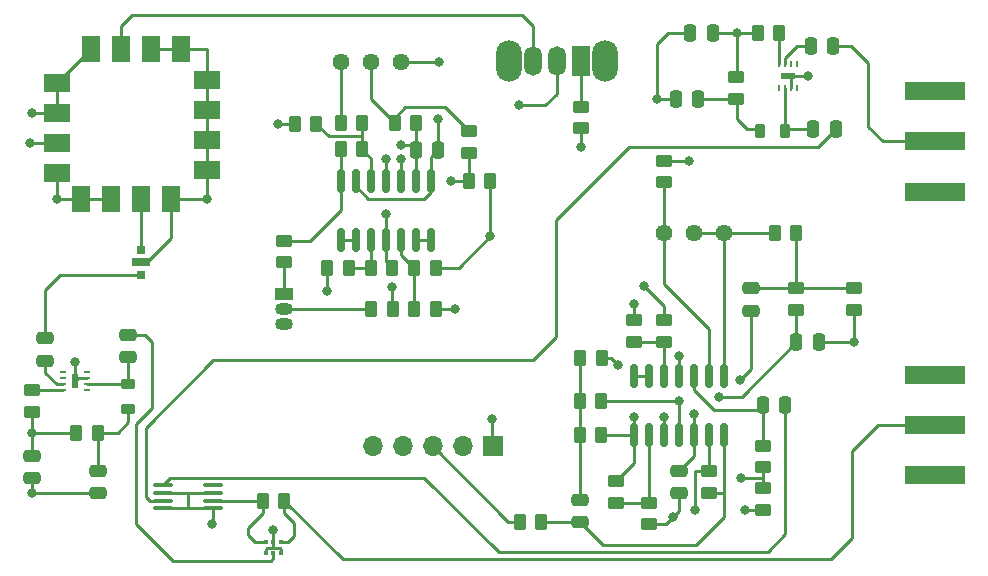
<source format=gbr>
%TF.GenerationSoftware,KiCad,Pcbnew,6.0.7*%
%TF.CreationDate,2022-10-10T19:28:50-04:00*%
%TF.ProjectId,RadarProject,52616461-7250-4726-9f6a-6563742e6b69,rev?*%
%TF.SameCoordinates,Original*%
%TF.FileFunction,Copper,L1,Top*%
%TF.FilePolarity,Positive*%
%FSLAX46Y46*%
G04 Gerber Fmt 4.6, Leading zero omitted, Abs format (unit mm)*
G04 Created by KiCad (PCBNEW 6.0.7) date 2022-10-10 19:28:50*
%MOMM*%
%LPD*%
G01*
G04 APERTURE LIST*
G04 Aperture macros list*
%AMRoundRect*
0 Rectangle with rounded corners*
0 $1 Rounding radius*
0 $2 $3 $4 $5 $6 $7 $8 $9 X,Y pos of 4 corners*
0 Add a 4 corners polygon primitive as box body*
4,1,4,$2,$3,$4,$5,$6,$7,$8,$9,$2,$3,0*
0 Add four circle primitives for the rounded corners*
1,1,$1+$1,$2,$3*
1,1,$1+$1,$4,$5*
1,1,$1+$1,$6,$7*
1,1,$1+$1,$8,$9*
0 Add four rect primitives between the rounded corners*
20,1,$1+$1,$2,$3,$4,$5,0*
20,1,$1+$1,$4,$5,$6,$7,0*
20,1,$1+$1,$6,$7,$8,$9,0*
20,1,$1+$1,$8,$9,$2,$3,0*%
G04 Aperture macros list end*
%TA.AperFunction,SMDPad,CuDef*%
%ADD10RoundRect,0.250000X-0.250000X-0.475000X0.250000X-0.475000X0.250000X0.475000X-0.250000X0.475000X0*%
%TD*%
%TA.AperFunction,SMDPad,CuDef*%
%ADD11RoundRect,0.100000X0.712500X0.100000X-0.712500X0.100000X-0.712500X-0.100000X0.712500X-0.100000X0*%
%TD*%
%TA.AperFunction,SMDPad,CuDef*%
%ADD12RoundRect,0.150000X0.150000X-0.825000X0.150000X0.825000X-0.150000X0.825000X-0.150000X-0.825000X0*%
%TD*%
%TA.AperFunction,SMDPad,CuDef*%
%ADD13RoundRect,0.250000X-0.262500X-0.450000X0.262500X-0.450000X0.262500X0.450000X-0.262500X0.450000X0*%
%TD*%
%TA.AperFunction,SMDPad,CuDef*%
%ADD14RoundRect,0.250000X0.450000X-0.262500X0.450000X0.262500X-0.450000X0.262500X-0.450000X-0.262500X0*%
%TD*%
%TA.AperFunction,SMDPad,CuDef*%
%ADD15RoundRect,0.250000X0.250000X0.475000X-0.250000X0.475000X-0.250000X-0.475000X0.250000X-0.475000X0*%
%TD*%
%TA.AperFunction,SMDPad,CuDef*%
%ADD16RoundRect,0.250000X0.262500X0.450000X-0.262500X0.450000X-0.262500X-0.450000X0.262500X-0.450000X0*%
%TD*%
%TA.AperFunction,SMDPad,CuDef*%
%ADD17RoundRect,0.250000X-0.475000X0.250000X-0.475000X-0.250000X0.475000X-0.250000X0.475000X0.250000X0*%
%TD*%
%TA.AperFunction,SMDPad,CuDef*%
%ADD18RoundRect,0.250000X-0.450000X0.262500X-0.450000X-0.262500X0.450000X-0.262500X0.450000X0.262500X0*%
%TD*%
%TA.AperFunction,ComponentPad*%
%ADD19C,1.440000*%
%TD*%
%TA.AperFunction,SMDPad,CuDef*%
%ADD20R,0.410000X0.330000*%
%TD*%
%TA.AperFunction,SMDPad,CuDef*%
%ADD21R,0.250000X0.500000*%
%TD*%
%TA.AperFunction,SMDPad,CuDef*%
%ADD22R,1.200000X0.600000*%
%TD*%
%TA.AperFunction,ComponentPad*%
%ADD23R,1.500000X1.050000*%
%TD*%
%TA.AperFunction,ComponentPad*%
%ADD24O,1.500000X1.050000*%
%TD*%
%TA.AperFunction,SMDPad,CuDef*%
%ADD25R,5.080000X1.500000*%
%TD*%
%TA.AperFunction,ComponentPad*%
%ADD26R,1.700000X1.700000*%
%TD*%
%TA.AperFunction,ComponentPad*%
%ADD27O,1.700000X1.700000*%
%TD*%
%TA.AperFunction,SMDPad,CuDef*%
%ADD28RoundRect,0.150000X-0.150000X0.825000X-0.150000X-0.825000X0.150000X-0.825000X0.150000X0.825000X0*%
%TD*%
%TA.AperFunction,SMDPad,CuDef*%
%ADD29RoundRect,0.250000X0.475000X-0.250000X0.475000X0.250000X-0.475000X0.250000X-0.475000X-0.250000X0*%
%TD*%
%TA.AperFunction,SMDPad,CuDef*%
%ADD30RoundRect,0.218750X-0.218750X-0.381250X0.218750X-0.381250X0.218750X0.381250X-0.218750X0.381250X0*%
%TD*%
%TA.AperFunction,SMDPad,CuDef*%
%ADD31RoundRect,0.218750X0.381250X-0.218750X0.381250X0.218750X-0.381250X0.218750X-0.381250X-0.218750X0*%
%TD*%
%TA.AperFunction,SMDPad,CuDef*%
%ADD32R,0.500000X0.250000*%
%TD*%
%TA.AperFunction,SMDPad,CuDef*%
%ADD33R,0.600000X1.200000*%
%TD*%
%TA.AperFunction,SMDPad,CuDef*%
%ADD34R,0.762000X0.762000*%
%TD*%
%TA.AperFunction,SMDPad,CuDef*%
%ADD35R,1.520000X0.635000*%
%TD*%
%TA.AperFunction,ComponentPad*%
%ADD36O,2.200000X3.500000*%
%TD*%
%TA.AperFunction,ComponentPad*%
%ADD37R,1.500000X2.500000*%
%TD*%
%TA.AperFunction,ComponentPad*%
%ADD38O,1.500000X2.500000*%
%TD*%
%TA.AperFunction,SMDPad,CuDef*%
%ADD39R,1.524000X2.286000*%
%TD*%
%TA.AperFunction,SMDPad,CuDef*%
%ADD40R,2.286000X1.524000*%
%TD*%
%TA.AperFunction,ViaPad*%
%ADD41C,0.800000*%
%TD*%
%TA.AperFunction,Conductor*%
%ADD42C,0.293000*%
%TD*%
%TA.AperFunction,Conductor*%
%ADD43C,0.250000*%
%TD*%
G04 APERTURE END LIST*
D10*
%TO.P,C11,1*%
%TO.N,Net-(C11-Pad1)*%
X58082500Y-33197500D03*
%TO.P,C11,2*%
%TO.N,Net-(C11-Pad2)*%
X59982500Y-33197500D03*
%TD*%
D11*
%TO.P,U6,1,GND*%
%TO.N,Earth*%
X40862500Y-63565000D03*
%TO.P,U6,2,LO*%
%TO.N,Net-(R3-Pad1)*%
X40862500Y-62915000D03*
%TO.P,U6,3,GND*%
%TO.N,Earth*%
X40862500Y-62265000D03*
%TO.P,U6,4,NC*%
%TO.N,unconnected-(U6-Pad4)*%
X40862500Y-61615000D03*
%TO.P,U6,5,IF*%
%TO.N,Net-(C9-Pad1)*%
X36637500Y-61615000D03*
%TO.P,U6,6,GND*%
%TO.N,Earth*%
X36637500Y-62265000D03*
%TO.P,U6,7,RF*%
%TO.N,Net-(C8-Pad2)*%
X36637500Y-62915000D03*
%TO.P,U6,8,GND*%
%TO.N,Earth*%
X36637500Y-63565000D03*
%TD*%
D12*
%TO.P,U8,1*%
%TO.N,Net-(C10-Pad1)*%
X76570000Y-57342500D03*
%TO.P,U8,2,-*%
%TO.N,Net-(R17-Pad2)*%
X77840000Y-57342500D03*
%TO.P,U8,3,+*%
%TO.N,Net-(C12-Pad1)*%
X79110000Y-57342500D03*
%TO.P,U8,4,V+*%
%TO.N,+5V*%
X80380000Y-57342500D03*
%TO.P,U8,5,+*%
%TO.N,Net-(C14-Pad1)*%
X81650000Y-57342500D03*
%TO.P,U8,6,-*%
%TO.N,Net-(R24-Pad2)*%
X82920000Y-57342500D03*
%TO.P,U8,7*%
%TO.N,Net-(C13-Pad1)*%
X84190000Y-57342500D03*
%TO.P,U8,8*%
%TO.N,Net-(R12-Pad1)*%
X84190000Y-52392500D03*
%TO.P,U8,9,-*%
%TO.N,Net-(R6-Pad2)*%
X82920000Y-52392500D03*
%TO.P,U8,10,+*%
%TO.N,Net-(C9-Pad2)*%
X81650000Y-52392500D03*
%TO.P,U8,11,V-*%
%TO.N,Earth*%
X80380000Y-52392500D03*
%TO.P,U8,12,+*%
%TO.N,Net-(R27-Pad2)*%
X79110000Y-52392500D03*
%TO.P,U8,13,-*%
%TO.N,Net-(U8-Pad13)*%
X77840000Y-52392500D03*
%TO.P,U8,14*%
X76570000Y-52392500D03*
%TD*%
D13*
%TO.P,R10,1*%
%TO.N,Net-(Q1-Pad2)*%
X54280000Y-46687500D03*
%TO.P,R10,2*%
%TO.N,Net-(C11-Pad1)*%
X56105000Y-46687500D03*
%TD*%
D14*
%TO.P,R31,1*%
%TO.N,Earth*%
X72040000Y-31372500D03*
%TO.P,R31,2*%
%TO.N,Net-(R31-Pad2)*%
X72040000Y-29547500D03*
%TD*%
D15*
%TO.P,C4,1*%
%TO.N,Net-(C4-Pad1)*%
X93400000Y-24430000D03*
%TO.P,C4,2*%
%TO.N,Net-(C4-Pad2)*%
X91500000Y-24430000D03*
%TD*%
D16*
%TO.P,R11,1*%
%TO.N,Earth*%
X64375000Y-35867500D03*
%TO.P,R11,2*%
%TO.N,Net-(R11-Pad2)*%
X62550000Y-35867500D03*
%TD*%
D13*
%TO.P,R30,1*%
%TO.N,Net-(R29-Pad2)*%
X57920000Y-43207500D03*
%TO.P,R30,2*%
%TO.N,Earth*%
X59745000Y-43207500D03*
%TD*%
D16*
%TO.P,R26,1*%
%TO.N,Net-(C13-Pad1)*%
X68692500Y-64737500D03*
%TO.P,R26,2*%
%TO.N,Net-(J3-Pad3)*%
X66867500Y-64737500D03*
%TD*%
D17*
%TO.P,C2,1*%
%TO.N,Net-(C2-Pad1)*%
X26686250Y-49150000D03*
%TO.P,C2,2*%
%TO.N,Net-(C2-Pad2)*%
X26686250Y-51050000D03*
%TD*%
D16*
%TO.P,R29,1*%
%TO.N,+5V*%
X59745000Y-46687500D03*
%TO.P,R29,2*%
%TO.N,Net-(R29-Pad2)*%
X57920000Y-46687500D03*
%TD*%
D18*
%TO.P,R9,1*%
%TO.N,Net-(R8-Pad1)*%
X62552500Y-31635000D03*
%TO.P,R9,2*%
%TO.N,Net-(R11-Pad2)*%
X62552500Y-33460000D03*
%TD*%
%TO.P,R6,1*%
%TO.N,+5V*%
X79110000Y-34145000D03*
%TO.P,R6,2*%
%TO.N,Net-(R6-Pad2)*%
X79110000Y-35970000D03*
%TD*%
D15*
%TO.P,C9,1*%
%TO.N,Net-(C9-Pad1)*%
X89360000Y-54827500D03*
%TO.P,C9,2*%
%TO.N,Net-(C9-Pad2)*%
X87460000Y-54827500D03*
%TD*%
D19*
%TO.P,RV1,1,1*%
%TO.N,+5V*%
X56810000Y-25797500D03*
%TO.P,RV1,2,2*%
%TO.N,Net-(R8-Pad1)*%
X54270000Y-25797500D03*
%TO.P,RV1,3,3*%
%TO.N,Earth*%
X51730000Y-25797500D03*
%TD*%
D18*
%TO.P,R14,1*%
%TO.N,Net-(C10-Pad2)*%
X90270000Y-44915000D03*
%TO.P,R14,2*%
%TO.N,Net-(C12-Pad1)*%
X90270000Y-46740000D03*
%TD*%
D13*
%TO.P,R33,1*%
%TO.N,Net-(R32-Pad2)*%
X54260000Y-43187500D03*
%TO.P,R33,2*%
%TO.N,Earth*%
X56085000Y-43187500D03*
%TD*%
D20*
%TO.P,U2,1,Gnd*%
%TO.N,Earth*%
X46682500Y-67381250D03*
%TO.P,U2,2,RF_in*%
%TO.N,Net-(C7-Pad2)*%
X46022500Y-67381250D03*
%TO.P,U2,3,Gnd*%
%TO.N,Earth*%
X45362500Y-67381250D03*
%TO.P,U2,4,RF_out*%
%TO.N,Net-(R3-Pad1)*%
X45362500Y-66391250D03*
%TO.P,U2,5,Gnd*%
%TO.N,Earth*%
X46022500Y-66391250D03*
%TO.P,U2,6,RF_out*%
%TO.N,Net-(J2-Pad1)*%
X46682500Y-66391250D03*
%TD*%
D21*
%TO.P,U4,1,V_bias*%
%TO.N,Net-(R2-Pad2)*%
X88855000Y-25940000D03*
%TO.P,U4,2,RF_in*%
%TO.N,Net-(C4-Pad2)*%
X89355000Y-25940000D03*
%TO.P,U4,3,N.C.*%
%TO.N,unconnected-(U4-Pad3)*%
X89855000Y-25940000D03*
%TO.P,U4,4,I.C.*%
%TO.N,unconnected-(U4-Pad4)*%
X90355000Y-25940000D03*
%TO.P,U4,5,I.C.*%
%TO.N,unconnected-(U4-Pad5)*%
X90355000Y-27940000D03*
%TO.P,U4,6,SHDN*%
%TO.N,Earth*%
X89855000Y-27940000D03*
%TO.P,U4,7,RF_out*%
%TO.N,Net-(C8-Pad1)*%
X89355000Y-27940000D03*
%TO.P,U4,8,I.C.*%
%TO.N,unconnected-(U4-Pad8)*%
X88855000Y-27940000D03*
D22*
%TO.P,U4,9,Gnd*%
%TO.N,Earth*%
X89605000Y-26940000D03*
%TD*%
D23*
%TO.P,Q1,1,B*%
%TO.N,Net-(Q1-Pad1)*%
X46902500Y-45420000D03*
D24*
%TO.P,Q1,2,C*%
%TO.N,Net-(Q1-Pad2)*%
X46902500Y-46690000D03*
%TO.P,Q1,3,E*%
%TO.N,Earth*%
X46902500Y-47960000D03*
%TD*%
D18*
%TO.P,R13,1*%
%TO.N,Net-(C10-Pad2)*%
X95190000Y-44935000D03*
%TO.P,R13,2*%
%TO.N,+5V*%
X95190000Y-46760000D03*
%TD*%
D17*
%TO.P,C14,1*%
%TO.N,Net-(C14-Pad1)*%
X80380000Y-60387500D03*
%TO.P,C14,2*%
%TO.N,+5V*%
X80380000Y-62287500D03*
%TD*%
D25*
%TO.P,J2,1,In*%
%TO.N,Net-(J2-Pad1)*%
X102000000Y-56500000D03*
%TO.P,J2,2,Ext*%
%TO.N,Net-(AE2-Pad1)*%
X102000000Y-52250000D03*
X102000000Y-60750000D03*
%TD*%
%TO.P,J1,1,In*%
%TO.N,Net-(C4-Pad1)*%
X102000000Y-32500000D03*
%TO.P,J1,2,Ext*%
%TO.N,Net-(AE1-Pad1)*%
X102000000Y-28250000D03*
X102000000Y-36750000D03*
%TD*%
D13*
%TO.P,R2,1*%
%TO.N,+5V*%
X87017500Y-23290000D03*
%TO.P,R2,2*%
%TO.N,Net-(R2-Pad2)*%
X88842500Y-23290000D03*
%TD*%
%TO.P,R12,1*%
%TO.N,Net-(R12-Pad1)*%
X88447500Y-40247500D03*
%TO.P,R12,2*%
%TO.N,Net-(C10-Pad2)*%
X90272500Y-40247500D03*
%TD*%
D18*
%TO.P,R24,1*%
%TO.N,+5V*%
X87470000Y-61837500D03*
%TO.P,R24,2*%
%TO.N,Net-(R24-Pad2)*%
X87470000Y-63662500D03*
%TD*%
D13*
%TO.P,R4,1*%
%TO.N,+5V*%
X29343750Y-57160000D03*
%TO.P,R4,2*%
%TO.N,Net-(C5-Pad2)*%
X31168750Y-57160000D03*
%TD*%
D26*
%TO.P,J3,1,Pin_1*%
%TO.N,Earth*%
X64570000Y-58320000D03*
D27*
%TO.P,J3,2,Pin_2*%
%TO.N,unconnected-(J3-Pad2)*%
X62030000Y-58320000D03*
%TO.P,J3,3,Pin_3*%
%TO.N,Net-(J3-Pad3)*%
X59490000Y-58320000D03*
%TO.P,J3,4,Pin_4*%
%TO.N,+5V*%
X56950000Y-58320000D03*
%TO.P,J3,5,Pin_5*%
%TO.N,Net-(J3-Pad5)*%
X54410000Y-58320000D03*
%TD*%
D10*
%TO.P,C6,1*%
%TO.N,Earth*%
X80080000Y-28920000D03*
%TO.P,C6,2*%
%TO.N,Net-(C6-Pad2)*%
X81980000Y-28920000D03*
%TD*%
D14*
%TO.P,R16,1*%
%TO.N,Net-(Q1-Pad1)*%
X46902500Y-42740000D03*
%TO.P,R16,2*%
%TO.N,Net-(R15-Pad2)*%
X46902500Y-40915000D03*
%TD*%
D28*
%TO.P,U7,1*%
%TO.N,Net-(C11-Pad2)*%
X59342500Y-35862500D03*
%TO.P,U7,2,-*%
%TO.N,Net-(C11-Pad1)*%
X58072500Y-35862500D03*
%TO.P,U7,3,+*%
%TO.N,Net-(R11-Pad2)*%
X56802500Y-35862500D03*
%TO.P,U7,4,V+*%
%TO.N,+5V*%
X55532500Y-35862500D03*
%TO.P,U7,5,+*%
%TO.N,Net-(R15-Pad1)*%
X54262500Y-35862500D03*
%TO.P,U7,6,-*%
%TO.N,Net-(C11-Pad2)*%
X52992500Y-35862500D03*
%TO.P,U7,7*%
%TO.N,Net-(R15-Pad2)*%
X51722500Y-35862500D03*
%TO.P,U7,8*%
%TO.N,Net-(U7-Pad8)*%
X51722500Y-40812500D03*
%TO.P,U7,9,-*%
X52992500Y-40812500D03*
%TO.P,U7,10,+*%
%TO.N,Net-(R32-Pad2)*%
X54262500Y-40812500D03*
%TO.P,U7,11,V-*%
%TO.N,Earth*%
X55532500Y-40812500D03*
%TO.P,U7,12,+*%
%TO.N,Net-(R29-Pad2)*%
X56802500Y-40812500D03*
%TO.P,U7,13,-*%
%TO.N,Net-(U7-Pad13)*%
X58072500Y-40812500D03*
%TO.P,U7,14*%
X59342500Y-40812500D03*
%TD*%
D10*
%TO.P,C12,1*%
%TO.N,Net-(C12-Pad1)*%
X90270000Y-49507500D03*
%TO.P,C12,2*%
%TO.N,+5V*%
X92170000Y-49507500D03*
%TD*%
D16*
%TO.P,R15,1*%
%TO.N,Net-(R15-Pad1)*%
X53545000Y-33127500D03*
%TO.P,R15,2*%
%TO.N,Net-(R15-Pad2)*%
X51720000Y-33127500D03*
%TD*%
D13*
%TO.P,R18,1*%
%TO.N,+5V*%
X47840000Y-30987500D03*
%TO.P,R18,2*%
%TO.N,Net-(R15-Pad1)*%
X49665000Y-30987500D03*
%TD*%
%TO.P,R32,1*%
%TO.N,+5V*%
X50570000Y-43197500D03*
%TO.P,R32,2*%
%TO.N,Net-(R32-Pad2)*%
X52395000Y-43197500D03*
%TD*%
D29*
%TO.P,C7,1*%
%TO.N,Net-(C7-Pad1)*%
X33726250Y-50770000D03*
%TO.P,C7,2*%
%TO.N,Net-(C7-Pad2)*%
X33726250Y-48870000D03*
%TD*%
D14*
%TO.P,R17,1*%
%TO.N,+5V*%
X77840000Y-64910000D03*
%TO.P,R17,2*%
%TO.N,Net-(R17-Pad2)*%
X77840000Y-63085000D03*
%TD*%
%TO.P,R20,1*%
%TO.N,Net-(R17-Pad2)*%
X74990000Y-63090000D03*
%TO.P,R20,2*%
%TO.N,Net-(C10-Pad1)*%
X74990000Y-61265000D03*
%TD*%
D13*
%TO.P,R22,1*%
%TO.N,Net-(C13-Pad2)*%
X71957500Y-54487500D03*
%TO.P,R22,2*%
%TO.N,+5V*%
X73782500Y-54487500D03*
%TD*%
D14*
%TO.P,R7,1*%
%TO.N,+5V*%
X87460000Y-60070000D03*
%TO.P,R7,2*%
%TO.N,Net-(C9-Pad2)*%
X87460000Y-58245000D03*
%TD*%
D30*
%TO.P,L2,1,1*%
%TO.N,Net-(C6-Pad2)*%
X87217500Y-31610000D03*
%TO.P,L2,2,2*%
%TO.N,Net-(C8-Pad1)*%
X89342500Y-31610000D03*
%TD*%
D10*
%TO.P,C3,1*%
%TO.N,Earth*%
X81320000Y-23300000D03*
%TO.P,C3,2*%
%TO.N,+5V*%
X83220000Y-23300000D03*
%TD*%
D14*
%TO.P,R1,1*%
%TO.N,+5V*%
X25586250Y-55382500D03*
%TO.P,R1,2*%
%TO.N,Net-(R1-Pad2)*%
X25586250Y-53557500D03*
%TD*%
D31*
%TO.P,L1,1,1*%
%TO.N,Net-(C5-Pad2)*%
X33726250Y-55172500D03*
%TO.P,L1,2,2*%
%TO.N,Net-(C7-Pad1)*%
X33726250Y-53047500D03*
%TD*%
D19*
%TO.P,RV2,1,1*%
%TO.N,Net-(R6-Pad2)*%
X79110000Y-40247500D03*
%TO.P,RV2,2,2*%
%TO.N,Net-(R12-Pad1)*%
X81650000Y-40247500D03*
%TO.P,RV2,3,3*%
X84190000Y-40247500D03*
%TD*%
D13*
%TO.P,R8,1*%
%TO.N,Net-(R8-Pad1)*%
X56270000Y-30917500D03*
%TO.P,R8,2*%
%TO.N,Net-(C11-Pad1)*%
X58095000Y-30917500D03*
%TD*%
D18*
%TO.P,R25,1*%
%TO.N,Net-(R24-Pad2)*%
X82920000Y-60425000D03*
%TO.P,R25,2*%
%TO.N,Net-(C13-Pad1)*%
X82920000Y-62250000D03*
%TD*%
%TO.P,R27,1*%
%TO.N,+5V*%
X79110000Y-47635000D03*
%TO.P,R27,2*%
%TO.N,Net-(R27-Pad2)*%
X79110000Y-49460000D03*
%TD*%
D29*
%TO.P,C10,1*%
%TO.N,Net-(C10-Pad1)*%
X86480000Y-46817500D03*
%TO.P,C10,2*%
%TO.N,Net-(C10-Pad2)*%
X86480000Y-44917500D03*
%TD*%
D32*
%TO.P,U3,1,V_bias*%
%TO.N,Net-(R1-Pad2)*%
X28196250Y-53555000D03*
%TO.P,U3,2,RF_in*%
%TO.N,Net-(C2-Pad2)*%
X28196250Y-53055000D03*
%TO.P,U3,3,N.C.*%
%TO.N,unconnected-(U3-Pad3)*%
X28196250Y-52555000D03*
%TO.P,U3,4,I.C.*%
%TO.N,unconnected-(U3-Pad4)*%
X28196250Y-52055000D03*
%TO.P,U3,5,I.C.*%
%TO.N,unconnected-(U3-Pad5)*%
X30196250Y-52055000D03*
%TO.P,U3,6,SHDN*%
%TO.N,Earth*%
X30196250Y-52555000D03*
%TO.P,U3,7,RF_out*%
%TO.N,Net-(C7-Pad1)*%
X30196250Y-53055000D03*
%TO.P,U3,8,I.C.*%
%TO.N,unconnected-(U3-Pad8)*%
X30196250Y-53555000D03*
D33*
%TO.P,U3,9,Gnd*%
%TO.N,Earth*%
X29196250Y-52805000D03*
%TD*%
D13*
%TO.P,R19,1*%
%TO.N,Earth*%
X51717500Y-30957500D03*
%TO.P,R19,2*%
%TO.N,Net-(R15-Pad1)*%
X53542500Y-30957500D03*
%TD*%
%TO.P,R23,1*%
%TO.N,Net-(C13-Pad2)*%
X71977500Y-50797500D03*
%TO.P,R23,2*%
%TO.N,Net-(C14-Pad1)*%
X73802500Y-50797500D03*
%TD*%
D10*
%TO.P,C8,1*%
%TO.N,Net-(C8-Pad1)*%
X91720000Y-31480000D03*
%TO.P,C8,2*%
%TO.N,Net-(C8-Pad2)*%
X93620000Y-31480000D03*
%TD*%
D34*
%TO.P,U1,1,RF_in*%
%TO.N,Net-(U1-Pad1)*%
X34820000Y-41695000D03*
D35*
%TO.P,U1,2,Gnd*%
%TO.N,Earth*%
X34820000Y-42745000D03*
D34*
%TO.P,U1,3,RF_out*%
%TO.N,Net-(C2-Pad1)*%
X34820000Y-43805000D03*
%TD*%
D29*
%TO.P,C5,1*%
%TO.N,Earth*%
X31156250Y-62260000D03*
%TO.P,C5,2*%
%TO.N,Net-(C5-Pad2)*%
X31156250Y-60360000D03*
%TD*%
D36*
%TO.P,SW1,*%
%TO.N,*%
X65930000Y-25710000D03*
X74130000Y-25710000D03*
D37*
%TO.P,SW1,1,A*%
%TO.N,Net-(R31-Pad2)*%
X72030000Y-25710000D03*
D38*
%TO.P,SW1,2,B*%
%TO.N,Net-(C11-Pad2)*%
X70030000Y-25710000D03*
%TO.P,SW1,3,C*%
%TO.N,Net-(J3-Pad5)*%
X68030000Y-25710000D03*
%TD*%
D29*
%TO.P,C13,1*%
%TO.N,Net-(C13-Pad1)*%
X71950000Y-64737500D03*
%TO.P,C13,2*%
%TO.N,Net-(C13-Pad2)*%
X71950000Y-62837500D03*
%TD*%
%TO.P,C1,1*%
%TO.N,Earth*%
X25586250Y-61020000D03*
%TO.P,C1,2*%
%TO.N,+5V*%
X25586250Y-59120000D03*
%TD*%
D18*
%TO.P,R5,1*%
%TO.N,+5V*%
X85220000Y-27067500D03*
%TO.P,R5,2*%
%TO.N,Net-(C6-Pad2)*%
X85220000Y-28892500D03*
%TD*%
D13*
%TO.P,R3,1*%
%TO.N,Net-(R3-Pad1)*%
X45110000Y-62901250D03*
%TO.P,R3,2*%
%TO.N,Net-(J2-Pad1)*%
X46935000Y-62901250D03*
%TD*%
D16*
%TO.P,R21,1*%
%TO.N,Net-(C10-Pad1)*%
X73792500Y-57337500D03*
%TO.P,R21,2*%
%TO.N,Net-(C13-Pad2)*%
X71967500Y-57337500D03*
%TD*%
D14*
%TO.P,R28,1*%
%TO.N,Net-(R27-Pad2)*%
X76550000Y-49470000D03*
%TO.P,R28,2*%
%TO.N,Earth*%
X76550000Y-47645000D03*
%TD*%
D39*
%TO.P,U5,1,Gnd*%
%TO.N,Earth*%
X30610000Y-24650000D03*
%TO.P,U5,2,Vt*%
%TO.N,Net-(J3-Pad5)*%
X33150000Y-24650000D03*
%TO.P,U5,3,Gnd*%
%TO.N,Earth*%
X35690000Y-24650000D03*
%TO.P,U5,4,Gnd*%
X38230000Y-24650000D03*
D40*
%TO.P,U5,5,Gnd*%
X40400000Y-27320000D03*
X40400000Y-34940000D03*
%TO.P,U5,6,Gnd*%
X40400000Y-29860000D03*
%TO.P,U5,7,Gnd*%
X40400000Y-32400000D03*
D39*
%TO.P,U5,9,Gnd*%
X37350000Y-37350000D03*
%TO.P,U5,10,RF_Out*%
%TO.N,Net-(U1-Pad1)*%
X34810000Y-37350000D03*
%TO.P,U5,11,Gnd*%
%TO.N,Earth*%
X32270000Y-37350000D03*
%TO.P,U5,12,Gnd*%
X29730000Y-37350000D03*
D40*
%TO.P,U5,13,Gnd*%
X27700000Y-35190000D03*
%TO.P,U5,14,Vcc*%
%TO.N,+5V*%
X27700000Y-32650000D03*
%TO.P,U5,15,Gnd*%
%TO.N,Earth*%
X27700000Y-30110000D03*
%TO.P,U5,16,Gnd*%
X27700000Y-27570000D03*
%TD*%
D41*
%TO.N,Earth*%
X25610000Y-62280000D03*
X78510000Y-28920000D03*
X76540000Y-46220000D03*
X40860000Y-64920000D03*
X40400000Y-37340000D03*
X46020000Y-65380000D03*
X64370000Y-40520000D03*
X72040000Y-32940000D03*
X25540000Y-30110000D03*
X80380000Y-50670000D03*
X55550000Y-38680000D03*
X29196250Y-51200000D03*
X91240000Y-26940000D03*
X64560000Y-55970000D03*
X27700000Y-37350000D03*
%TO.N,+5V*%
X77420000Y-44710000D03*
X80380000Y-54480000D03*
X55530000Y-34000000D03*
X60060000Y-25800000D03*
X50570000Y-45170000D03*
X85620000Y-60970000D03*
X81240000Y-34140000D03*
X95190000Y-49500000D03*
X61360000Y-46690000D03*
X46390000Y-31000000D03*
X85260000Y-23330000D03*
X25590000Y-57150000D03*
X79840000Y-64330000D03*
X25450000Y-32650000D03*
%TO.N,Net-(C10-Pad1)*%
X76570000Y-55847500D03*
X85530000Y-52687500D03*
%TO.N,Net-(C11-Pad2)*%
X59982500Y-30557500D03*
X66830000Y-29440000D03*
%TO.N,Net-(C12-Pad1)*%
X79110000Y-55837500D03*
X83710000Y-54097500D03*
%TO.N,Net-(C14-Pad1)*%
X75180000Y-51397500D03*
X81650000Y-55597500D03*
%TO.N,Net-(R24-Pad2)*%
X85950000Y-63677500D03*
X81680000Y-63667500D03*
%TO.N,Net-(C11-Pad1)*%
X56790000Y-32820000D03*
X56077500Y-44832500D03*
%TO.N,Net-(R11-Pad2)*%
X61032500Y-35867500D03*
X56802500Y-33997500D03*
%TD*%
D42*
%TO.N,Earth*%
X78510000Y-28920000D02*
X80080000Y-28920000D01*
D43*
X76540000Y-47635000D02*
X76550000Y-47645000D01*
D42*
X78510000Y-24230000D02*
X78510000Y-28920000D01*
D43*
X72040000Y-31372500D02*
X72040000Y-32940000D01*
X46597500Y-66881250D02*
X45947500Y-66881250D01*
D42*
X51730000Y-30945000D02*
X51730000Y-25797500D01*
D43*
X45362500Y-66966250D02*
X45447500Y-66881250D01*
X46020000Y-65380000D02*
X46020000Y-66388750D01*
D42*
X27700000Y-27560000D02*
X30610000Y-24650000D01*
X32270000Y-37350000D02*
X29730000Y-37350000D01*
D43*
X64560000Y-55970000D02*
X64560000Y-58310000D01*
D42*
X89610000Y-26940000D02*
X91215000Y-26940000D01*
D43*
X46682500Y-66966250D02*
X46597500Y-66881250D01*
D42*
X55550000Y-38680000D02*
X55550000Y-40795000D01*
D43*
X46020000Y-66388750D02*
X46022500Y-66391250D01*
D42*
X81320000Y-23300000D02*
X79440000Y-23300000D01*
X40400000Y-29860000D02*
X40400000Y-32400000D01*
D43*
X27700000Y-27570000D02*
X27700000Y-27560000D01*
X56070000Y-43202500D02*
X56085000Y-43187500D01*
X45447500Y-66881250D02*
X45947500Y-66881250D01*
D42*
X76540000Y-46220000D02*
X76540000Y-47635000D01*
X40400000Y-37350000D02*
X37350000Y-37350000D01*
X27700000Y-30110000D02*
X27700000Y-27570000D01*
X64370000Y-35872500D02*
X64370000Y-40540000D01*
D43*
X46682500Y-67381250D02*
X46682500Y-66966250D01*
D42*
X80380000Y-50670000D02*
X80380000Y-52392500D01*
X36637500Y-62265000D02*
X38785000Y-62265000D01*
X38785000Y-62265000D02*
X40862500Y-62265000D01*
D43*
X51717500Y-30957500D02*
X51730000Y-30945000D01*
D42*
X38230000Y-24650000D02*
X40400000Y-24650000D01*
X40400000Y-27320000D02*
X40400000Y-29860000D01*
D43*
X64560000Y-58310000D02*
X64570000Y-58320000D01*
D42*
X64370000Y-40540000D02*
X61702500Y-43207500D01*
D43*
X46022500Y-66612500D02*
X46022500Y-66391250D01*
D42*
X35690000Y-24650000D02*
X38230000Y-24650000D01*
X55532500Y-40812500D02*
X55532500Y-42635000D01*
X36637500Y-63565000D02*
X38785000Y-63565000D01*
X40400000Y-32400000D02*
X40400000Y-34940000D01*
X27700000Y-37350000D02*
X27700000Y-35190000D01*
X31156250Y-62260000D02*
X25630000Y-62260000D01*
X29196250Y-52805000D02*
X29196250Y-51200000D01*
X38785000Y-63565000D02*
X40862500Y-63565000D01*
D43*
X25586250Y-62436250D02*
X25590000Y-62440000D01*
X34820000Y-42745000D02*
X35275000Y-42745000D01*
X29446250Y-52555000D02*
X29196250Y-52805000D01*
X55550000Y-40795000D02*
X55532500Y-40812500D01*
D42*
X89860000Y-27940000D02*
X89860000Y-27190000D01*
X55532500Y-42635000D02*
X56085000Y-43187500D01*
X29730000Y-37350000D02*
X27700000Y-37350000D01*
X61702500Y-43207500D02*
X59745000Y-43207500D01*
D43*
X25630000Y-62260000D02*
X25610000Y-62280000D01*
D42*
X38785000Y-62265000D02*
X38785000Y-63565000D01*
X40400000Y-24650000D02*
X40400000Y-27320000D01*
D43*
X35275000Y-42745000D02*
X37350000Y-40670000D01*
X37350000Y-40670000D02*
X37350000Y-37350000D01*
X45362500Y-67381250D02*
X45362500Y-66966250D01*
D42*
X30196250Y-52555000D02*
X29446250Y-52555000D01*
X79440000Y-23300000D02*
X78510000Y-24230000D01*
D43*
X64375000Y-35867500D02*
X64370000Y-35872500D01*
D42*
X40862500Y-63565000D02*
X40862500Y-64917500D01*
X25540000Y-30110000D02*
X27700000Y-30110000D01*
D43*
X45947500Y-66881250D02*
X46022500Y-66806250D01*
X46022500Y-66806250D02*
X46022500Y-66391250D01*
X40410000Y-27310000D02*
X40400000Y-27320000D01*
X40862500Y-64917500D02*
X40860000Y-64920000D01*
D42*
X25586250Y-61020000D02*
X25586250Y-62436250D01*
X40400000Y-34940000D02*
X40400000Y-37350000D01*
D43*
%TO.N,+5V*%
X92177500Y-49500000D02*
X92170000Y-49507500D01*
D42*
X25450000Y-32650000D02*
X27700000Y-32650000D01*
D43*
X73790000Y-54480000D02*
X73782500Y-54487500D01*
X55530000Y-35860000D02*
X55532500Y-35862500D01*
D42*
X80380000Y-63807500D02*
X79277500Y-64910000D01*
X29343750Y-57160000D02*
X25596250Y-57160000D01*
D43*
X61357500Y-46687500D02*
X61360000Y-46690000D01*
X81240000Y-34140000D02*
X79115000Y-34140000D01*
D42*
X87470000Y-60970000D02*
X87470000Y-61837500D01*
D43*
X87460000Y-60960000D02*
X87470000Y-60970000D01*
D42*
X85255000Y-27087500D02*
X85255000Y-23340000D01*
X80380000Y-54480000D02*
X73790000Y-54480000D01*
D43*
X60057500Y-25797500D02*
X56810000Y-25797500D01*
D42*
X59745000Y-46687500D02*
X61357500Y-46687500D01*
X80380000Y-57342500D02*
X80380000Y-54480000D01*
X77420000Y-44710000D02*
X79110000Y-46400000D01*
X83295000Y-23330000D02*
X85245000Y-23330000D01*
D43*
X25596250Y-57160000D02*
X25586250Y-57170000D01*
D42*
X79110000Y-46400000D02*
X79110000Y-47635000D01*
X85245000Y-23330000D02*
X87032500Y-23330000D01*
X25586250Y-59120000D02*
X25586250Y-57170000D01*
X85620000Y-60970000D02*
X87470000Y-60970000D01*
X79277500Y-64910000D02*
X77840000Y-64910000D01*
X95190000Y-49500000D02*
X95190000Y-46760000D01*
X46390000Y-31000000D02*
X47827500Y-31000000D01*
D43*
X60060000Y-25800000D02*
X60057500Y-25797500D01*
D42*
X25586250Y-57170000D02*
X25586250Y-55382500D01*
X80380000Y-62287500D02*
X80380000Y-63807500D01*
X95190000Y-49500000D02*
X92177500Y-49500000D01*
X87460000Y-60070000D02*
X87460000Y-60960000D01*
D43*
X79115000Y-34140000D02*
X79110000Y-34145000D01*
D42*
X50570000Y-45170000D02*
X50570000Y-43197500D01*
X55530000Y-34000000D02*
X55530000Y-35860000D01*
D43*
X47827500Y-31000000D02*
X47840000Y-30987500D01*
D42*
%TO.N,Net-(C2-Pad1)*%
X34820000Y-43805000D02*
X27945000Y-43805000D01*
X26686250Y-45063750D02*
X26686250Y-49150000D01*
X27945000Y-43805000D02*
X26686250Y-45063750D01*
%TO.N,Net-(C2-Pad2)*%
X27671250Y-53055000D02*
X26686250Y-52070000D01*
X28196250Y-53055000D02*
X27671250Y-53055000D01*
X26686250Y-52070000D02*
X26686250Y-51050000D01*
%TO.N,Net-(C4-Pad1)*%
X102000000Y-32500000D02*
X97610000Y-32500000D01*
X93400000Y-24430000D02*
X94940000Y-24430000D01*
X96400000Y-25890000D02*
X96400000Y-28610000D01*
X96400000Y-31290000D02*
X96400000Y-28610000D01*
X97610000Y-32500000D02*
X96400000Y-31290000D01*
X94940000Y-24430000D02*
X96400000Y-25890000D01*
%TO.N,Net-(C4-Pad2)*%
X89360000Y-25940000D02*
X89360000Y-25415000D01*
X89360000Y-25415000D02*
X90345000Y-24430000D01*
X90345000Y-24430000D02*
X91365000Y-24430000D01*
%TO.N,Net-(C5-Pad2)*%
X33726250Y-56260000D02*
X32826250Y-57160000D01*
X31156250Y-60360000D02*
X31156250Y-57172500D01*
X33726250Y-55172500D02*
X33726250Y-56260000D01*
X32826250Y-57160000D02*
X31168750Y-57160000D01*
D43*
X31156250Y-57172500D02*
X31168750Y-57160000D01*
D42*
%TO.N,Net-(C6-Pad2)*%
X86155000Y-31470000D02*
X85255000Y-30570000D01*
X87242500Y-31470000D02*
X86155000Y-31470000D01*
X82055000Y-28900000D02*
X85242500Y-28900000D01*
X85255000Y-30570000D02*
X85255000Y-28912500D01*
%TO.N,Net-(C7-Pad1)*%
X33726250Y-53047500D02*
X33726250Y-50770000D01*
D43*
X33726250Y-53047500D02*
X33718750Y-53055000D01*
D42*
X33718750Y-53055000D02*
X30196250Y-53055000D01*
%TO.N,Net-(C7-Pad2)*%
X34380000Y-64870000D02*
X34380000Y-56400000D01*
X45838750Y-67980000D02*
X37490000Y-67980000D01*
D43*
X33726250Y-48870000D02*
X33728750Y-48867500D01*
D42*
X46022500Y-67796250D02*
X45838750Y-67980000D01*
X35730000Y-55050000D02*
X35730000Y-49470000D01*
X35130000Y-48870000D02*
X33726250Y-48870000D01*
X35730000Y-49470000D02*
X35130000Y-48870000D01*
X37490000Y-67980000D02*
X34380000Y-64870000D01*
X46022500Y-67381250D02*
X46022500Y-67796250D01*
X34380000Y-56400000D02*
X35730000Y-55050000D01*
%TO.N,Net-(C8-Pad1)*%
X89360000Y-31462500D02*
X89360000Y-27940000D01*
X89367500Y-31470000D02*
X91645000Y-31470000D01*
%TO.N,Net-(C8-Pad2)*%
X35230000Y-62590000D02*
X35230000Y-56730000D01*
X69940000Y-39150000D02*
X76130000Y-32960000D01*
X67990000Y-51020000D02*
X69940000Y-49070000D01*
X92140000Y-32960000D02*
X93620000Y-31480000D01*
X35555000Y-62915000D02*
X35230000Y-62590000D01*
X40940000Y-51020000D02*
X67990000Y-51020000D01*
X35873959Y-62915000D02*
X35555000Y-62915000D01*
X35230000Y-56730000D02*
X40940000Y-51020000D01*
X69940000Y-49070000D02*
X69940000Y-39150000D01*
X76130000Y-32960000D02*
X92140000Y-32960000D01*
%TO.N,Net-(C9-Pad1)*%
X89370000Y-65740000D02*
X89370000Y-54837500D01*
X58780000Y-60950000D02*
X65080000Y-67250000D01*
D43*
X89370000Y-54837500D02*
X89360000Y-54827500D01*
D42*
X37302500Y-60950000D02*
X58780000Y-60950000D01*
X36637500Y-61615000D02*
X37302500Y-60950000D01*
X65080000Y-67250000D02*
X87860000Y-67250000D01*
X87860000Y-67250000D02*
X89370000Y-65740000D01*
%TO.N,Net-(C9-Pad2)*%
X87460000Y-54827500D02*
X87047500Y-55240000D01*
X87460000Y-54827500D02*
X87460000Y-58245000D01*
X83322500Y-55240000D02*
X81650000Y-53567500D01*
X87047500Y-55240000D02*
X83322500Y-55240000D01*
X81650000Y-53567500D02*
X81650000Y-52392500D01*
D43*
%TO.N,Net-(C10-Pad1)*%
X76570000Y-55847500D02*
X76570000Y-57342500D01*
D42*
X73792500Y-57337500D02*
X76565000Y-57337500D01*
X76570000Y-59685000D02*
X76570000Y-57342500D01*
X86480000Y-51767500D02*
X85550000Y-52697500D01*
D43*
X76565000Y-57337500D02*
X76570000Y-57342500D01*
D42*
X86480000Y-46817500D02*
X86480000Y-51767500D01*
X74990000Y-61265000D02*
X76570000Y-59685000D01*
%TO.N,Net-(C10-Pad2)*%
X86480000Y-44917500D02*
X90267500Y-44917500D01*
D43*
X95170000Y-44915000D02*
X95190000Y-44935000D01*
D42*
X90270000Y-44915000D02*
X90270000Y-40250000D01*
D43*
X90267500Y-44917500D02*
X90270000Y-44915000D01*
X90270000Y-40250000D02*
X90272500Y-40247500D01*
D42*
X90270000Y-44915000D02*
X95170000Y-44915000D01*
%TO.N,Net-(C11-Pad2)*%
X54052843Y-37330000D02*
X52992500Y-36269657D01*
D43*
X70030000Y-28440000D02*
X69040000Y-29430000D01*
D42*
X59342500Y-36757500D02*
X58770000Y-37330000D01*
X58770000Y-37330000D02*
X54052843Y-37330000D01*
D43*
X52992500Y-36239251D02*
X52992500Y-35862500D01*
D42*
X59982500Y-33197500D02*
X59982500Y-30557500D01*
D43*
X69040000Y-29430000D02*
X66810000Y-29430000D01*
D42*
X59342500Y-33837500D02*
X59982500Y-33197500D01*
X59342500Y-36239251D02*
X59342500Y-36757500D01*
D43*
X70030000Y-25710000D02*
X70030000Y-28440000D01*
D42*
X59342500Y-35862500D02*
X59342500Y-33837500D01*
D43*
X59342500Y-35862500D02*
X59342500Y-36239251D01*
D42*
X52992500Y-36269657D02*
X52992500Y-36239251D01*
%TO.N,Net-(C12-Pad1)*%
X90270000Y-49507500D02*
X85680000Y-54097500D01*
X85680000Y-54097500D02*
X83710000Y-54097500D01*
X90270000Y-46740000D02*
X90270000Y-49507500D01*
X79110000Y-55837500D02*
X79110000Y-57342500D01*
%TO.N,Net-(C13-Pad1)*%
X71950000Y-64737500D02*
X73890000Y-66677500D01*
X84190000Y-64317500D02*
X84190000Y-62237500D01*
X68692500Y-64737500D02*
X71950000Y-64737500D01*
X84190000Y-62237500D02*
X84190000Y-57342500D01*
X82920000Y-62250000D02*
X84177500Y-62250000D01*
X73890000Y-66677500D02*
X81830000Y-66677500D01*
D43*
X84177500Y-62250000D02*
X84190000Y-62237500D01*
D42*
X81830000Y-66677500D02*
X84190000Y-64317500D01*
D43*
%TO.N,Net-(C13-Pad2)*%
X71967500Y-54497500D02*
X71957500Y-54487500D01*
X71950000Y-57355000D02*
X71967500Y-57337500D01*
D42*
X71967500Y-57337500D02*
X71967500Y-54497500D01*
X71950000Y-62837500D02*
X71950000Y-57355000D01*
D43*
X71957500Y-50817500D02*
X71977500Y-50797500D01*
D42*
X71957500Y-54487500D02*
X71957500Y-50817500D01*
%TO.N,Net-(C14-Pad1)*%
X73802500Y-50797500D02*
X74580000Y-50797500D01*
X81650000Y-55597500D02*
X81650000Y-57342500D01*
X80380000Y-60387500D02*
X81650000Y-59117500D01*
X74580000Y-50797500D02*
X75180000Y-51397500D01*
X81650000Y-59117500D02*
X81650000Y-57342500D01*
%TO.N,Net-(J2-Pad1)*%
X47730000Y-64760000D02*
X47730000Y-65910000D01*
X51913750Y-67880000D02*
X46935000Y-62901250D01*
X47730000Y-65910000D02*
X47248750Y-66391250D01*
X102000000Y-56500000D02*
X97200000Y-56500000D01*
X93200000Y-67880000D02*
X51913750Y-67880000D01*
X46935000Y-62901250D02*
X46935000Y-63965000D01*
X46935000Y-63965000D02*
X47730000Y-64760000D01*
X97200000Y-56500000D02*
X95000000Y-58700000D01*
X95000000Y-61130000D02*
X95000000Y-66080000D01*
X47248750Y-66391250D02*
X46682500Y-66391250D01*
X95000000Y-66080000D02*
X93200000Y-67880000D01*
X95000000Y-58700000D02*
X95000000Y-61130000D01*
D43*
%TO.N,Net-(R1-Pad2)*%
X25588750Y-53555000D02*
X25586250Y-53557500D01*
D42*
X28196250Y-53555000D02*
X25588750Y-53555000D01*
%TO.N,Net-(R2-Pad2)*%
X88860000Y-25940000D02*
X88860000Y-23332500D01*
%TO.N,Net-(J3-Pad3)*%
X65907500Y-64737500D02*
X66867500Y-64737500D01*
X59490000Y-58320000D02*
X65907500Y-64737500D01*
%TO.N,Net-(R6-Pad2)*%
X82920000Y-48367500D02*
X82920000Y-52392500D01*
D43*
X79110000Y-40247500D02*
X79110000Y-35970000D01*
D42*
X79110000Y-40247500D02*
X79110000Y-44557500D01*
X79110000Y-44557500D02*
X82920000Y-48367500D01*
%TO.N,Net-(R12-Pad1)*%
X88447500Y-40247500D02*
X84190000Y-40247500D01*
D43*
X81650000Y-40247500D02*
X84190000Y-40247500D01*
D42*
X84190000Y-40247500D02*
X84190000Y-52392500D01*
%TO.N,Net-(J3-Pad5)*%
X33150000Y-22680000D02*
X34010000Y-21820000D01*
X34010000Y-21820000D02*
X34010000Y-21800000D01*
X33150000Y-22680000D02*
X33150000Y-24650000D01*
X68030000Y-22740000D02*
X68030000Y-25710000D01*
X34010000Y-21800000D02*
X67090000Y-21800000D01*
X67090000Y-21800000D02*
X68030000Y-22740000D01*
%TO.N,Net-(R17-Pad2)*%
X77840000Y-63085000D02*
X77840000Y-57342500D01*
D43*
X74980000Y-63105000D02*
X75000000Y-63085000D01*
D42*
X75000000Y-63085000D02*
X77840000Y-63085000D01*
%TO.N,Net-(R24-Pad2)*%
X81680000Y-60427500D02*
X81680000Y-63667500D01*
X82920000Y-60425000D02*
X82920000Y-59077500D01*
X82920000Y-59077500D02*
X82920000Y-57342500D01*
X82920000Y-60425000D02*
X81682500Y-60425000D01*
X85950000Y-63677500D02*
X87447500Y-63677500D01*
D43*
X87447500Y-63677500D02*
X87450000Y-63675000D01*
X81682500Y-60425000D02*
X81680000Y-60427500D01*
%TO.N,Net-(U1-Pad1)*%
X34810000Y-41685000D02*
X34820000Y-41695000D01*
D42*
X34810000Y-37350000D02*
X34810000Y-41685000D01*
D43*
%TO.N,Net-(R27-Pad2)*%
X79100000Y-49470000D02*
X79110000Y-49460000D01*
D42*
X76550000Y-49470000D02*
X79100000Y-49470000D01*
X79110000Y-49460000D02*
X79110000Y-52392500D01*
%TO.N,Net-(U8-Pad13)*%
X77840000Y-52392500D02*
X76570000Y-52392500D01*
%TO.N,Net-(R3-Pad1)*%
X45110000Y-62901250D02*
X45110000Y-63980000D01*
X45110000Y-63980000D02*
X43880000Y-65210000D01*
X40862500Y-62915000D02*
X44875000Y-62915000D01*
X43880000Y-65210000D02*
X43880000Y-65850000D01*
D43*
X44875000Y-62915000D02*
X44880000Y-62920000D01*
D42*
X43880000Y-65850000D02*
X44421250Y-66391250D01*
X44421250Y-66391250D02*
X45362500Y-66391250D01*
D43*
%TO.N,Net-(R31-Pad2)*%
X72030000Y-25710000D02*
X72030000Y-29537500D01*
X72030000Y-29537500D02*
X72040000Y-29547500D01*
D42*
%TO.N,Net-(C11-Pad1)*%
X58095000Y-30917500D02*
X58095000Y-33185000D01*
D43*
X58082500Y-35852500D02*
X58072500Y-35862500D01*
X58095000Y-33185000D02*
X58082500Y-33197500D01*
X57705000Y-32820000D02*
X58082500Y-33197500D01*
D42*
X56077500Y-44832500D02*
X56077500Y-46660000D01*
D43*
X56077500Y-46660000D02*
X56105000Y-46687500D01*
D42*
X58082500Y-33197500D02*
X58082500Y-35852500D01*
D43*
X56790000Y-32820000D02*
X57705000Y-32820000D01*
D42*
%TO.N,Net-(Q1-Pad1)*%
X46902500Y-42740000D02*
X46902500Y-45420000D01*
D43*
%TO.N,Net-(Q1-Pad2)*%
X54277500Y-46690000D02*
X54280000Y-46687500D01*
D42*
X46902500Y-46690000D02*
X54277500Y-46690000D01*
%TO.N,Net-(R8-Pad1)*%
X57192500Y-29607500D02*
X56270000Y-30530000D01*
X56270000Y-30917500D02*
X54272500Y-28920000D01*
X54272500Y-28920000D02*
X54272500Y-25797500D01*
D43*
X56270000Y-30530000D02*
X56270000Y-30917500D01*
D42*
X60525000Y-29607500D02*
X57192500Y-29607500D01*
X62552500Y-31635000D02*
X60525000Y-29607500D01*
D43*
%TO.N,Net-(R11-Pad2)*%
X62552500Y-35865000D02*
X62550000Y-35867500D01*
D42*
X62550000Y-35867500D02*
X61032500Y-35867500D01*
X56802500Y-33997500D02*
X56802500Y-35862500D01*
X62552500Y-33460000D02*
X62552500Y-35865000D01*
%TO.N,Net-(R15-Pad1)*%
X53542500Y-30957500D02*
X53542500Y-31937500D01*
X54262500Y-35862500D02*
X54262500Y-33935000D01*
D43*
X53497500Y-31982500D02*
X53542500Y-31937500D01*
X53542500Y-33215000D02*
X53545000Y-33217500D01*
D42*
X50717500Y-32040000D02*
X53440000Y-32040000D01*
X49665000Y-30987500D02*
X50717500Y-32040000D01*
X54262500Y-33935000D02*
X53545000Y-33217500D01*
X53440000Y-32040000D02*
X53497500Y-31982500D01*
X53542500Y-31937500D02*
X53542500Y-33215000D01*
%TO.N,Net-(R15-Pad2)*%
X49125000Y-40915000D02*
X51732500Y-38307500D01*
X46902500Y-40915000D02*
X49125000Y-40915000D01*
X51722500Y-35862500D02*
X51722500Y-33220000D01*
D43*
X51732500Y-35872500D02*
X51722500Y-35862500D01*
D42*
X51732500Y-38307500D02*
X51732500Y-35872500D01*
D43*
X51722500Y-33220000D02*
X51720000Y-33217500D01*
D42*
%TO.N,Net-(R29-Pad2)*%
X56802500Y-40812500D02*
X56802500Y-42090000D01*
X57920000Y-43207500D02*
X57920000Y-46687500D01*
X56802500Y-42090000D02*
X57920000Y-43207500D01*
D43*
%TO.N,Net-(R32-Pad2)*%
X52405000Y-43187500D02*
X52395000Y-43197500D01*
D42*
X54260000Y-43187500D02*
X52405000Y-43187500D01*
X54262500Y-40812500D02*
X54262500Y-43185000D01*
D43*
X54262500Y-43185000D02*
X54260000Y-43187500D01*
D42*
%TO.N,Net-(U7-Pad8)*%
X51722500Y-40812500D02*
X52992500Y-40812500D01*
%TO.N,Net-(U7-Pad13)*%
X58072500Y-40812500D02*
X59342500Y-40812500D01*
%TD*%
M02*

</source>
